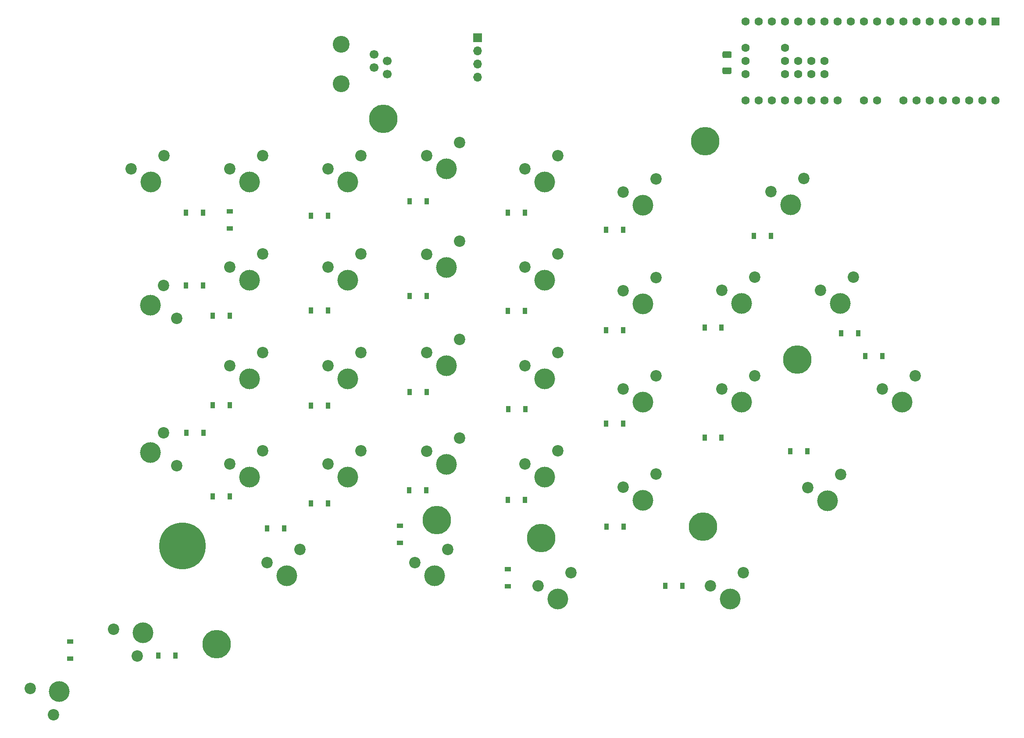
<source format=gbs>
G04 #@! TF.GenerationSoftware,KiCad,Pcbnew,5.1.9-73d0e3b20d~88~ubuntu20.04.1*
G04 #@! TF.CreationDate,2021-01-19T00:06:27+03:00*
G04 #@! TF.ProjectId,jeaex-right,6a656165-782d-4726-9967-68742e6b6963,rev?*
G04 #@! TF.SameCoordinates,Original*
G04 #@! TF.FileFunction,Soldermask,Bot*
G04 #@! TF.FilePolarity,Negative*
%FSLAX46Y46*%
G04 Gerber Fmt 4.6, Leading zero omitted, Abs format (unit mm)*
G04 Created by KiCad (PCBNEW 5.1.9-73d0e3b20d~88~ubuntu20.04.1) date 2021-01-19 00:06:27*
%MOMM*%
%LPD*%
G01*
G04 APERTURE LIST*
%ADD10C,5.500000*%
%ADD11C,9.000000*%
%ADD12C,1.600000*%
%ADD13R,1.600000X1.600000*%
%ADD14O,1.700000X1.700000*%
%ADD15R,1.700000X1.700000*%
%ADD16R,0.900000X1.200000*%
%ADD17R,1.200000X0.900000*%
%ADD18C,3.250000*%
%ADD19C,1.700000*%
%ADD20C,2.200000*%
%ADD21C,4.000000*%
G04 APERTURE END LIST*
D10*
G04 #@! TO.C,REF\u002A\u002A*
X141730000Y-197340000D03*
G04 #@! TD*
D11*
G04 #@! TO.C,REF\u002A\u002A*
X135140000Y-178390000D03*
G04 #@! TD*
G04 #@! TO.C,R1*
G36*
G01*
X239645000Y-85950000D02*
X240895000Y-85950000D01*
G75*
G02*
X241145000Y-86200000I0J-250000D01*
G01*
X241145000Y-87000000D01*
G75*
G02*
X240895000Y-87250000I-250000J0D01*
G01*
X239645000Y-87250000D01*
G75*
G02*
X239395000Y-87000000I0J250000D01*
G01*
X239395000Y-86200000D01*
G75*
G02*
X239645000Y-85950000I250000J0D01*
G01*
G37*
G36*
G01*
X239645000Y-82850000D02*
X240895000Y-82850000D01*
G75*
G02*
X241145000Y-83100000I0J-250000D01*
G01*
X241145000Y-83900000D01*
G75*
G02*
X240895000Y-84150000I-250000J0D01*
G01*
X239645000Y-84150000D01*
G75*
G02*
X239395000Y-83900000I0J250000D01*
G01*
X239395000Y-83100000D01*
G75*
G02*
X239645000Y-82850000I250000J0D01*
G01*
G37*
G04 #@! TD*
D12*
G04 #@! TO.C,U1*
X271820000Y-77100000D03*
X269280000Y-77100000D03*
X266740000Y-77100000D03*
X274360000Y-77100000D03*
X276900000Y-77100000D03*
X279440000Y-77100000D03*
X281980000Y-77100000D03*
X284520000Y-77100000D03*
X287060000Y-77100000D03*
X289600000Y-77100000D03*
D13*
X292140000Y-77100000D03*
D12*
X264200000Y-77100000D03*
X261660000Y-77100000D03*
X259120000Y-77100000D03*
X256580000Y-77100000D03*
X254040000Y-77100000D03*
X251500000Y-77100000D03*
X248960000Y-77100000D03*
X246420000Y-77100000D03*
X243880000Y-77100000D03*
X243880000Y-82180000D03*
X243880000Y-84720000D03*
X243880000Y-87260000D03*
X243880000Y-92340000D03*
X246420000Y-92340000D03*
X248960000Y-92340000D03*
X251500000Y-92340000D03*
X254040000Y-92340000D03*
X256580000Y-92340000D03*
X259120000Y-92340000D03*
X261660000Y-92340000D03*
X266740000Y-92340000D03*
X269280000Y-92340000D03*
X274360000Y-92340000D03*
X276900000Y-92340000D03*
X279440000Y-92340000D03*
X281980000Y-92340000D03*
X284520000Y-92340000D03*
X287060000Y-92340000D03*
X289600000Y-92340000D03*
X292140000Y-92340000D03*
X259120000Y-87260000D03*
X256580000Y-87260000D03*
X254040000Y-87260000D03*
X251500000Y-87260000D03*
X259120000Y-84720000D03*
X256580000Y-84720000D03*
X254040000Y-84720000D03*
X251500000Y-84720000D03*
X251500000Y-82180000D03*
G04 #@! TD*
D14*
G04 #@! TO.C,J2*
X192150000Y-87880000D03*
X192150000Y-85340000D03*
X192150000Y-82800000D03*
D15*
X192150000Y-80260000D03*
G04 #@! TD*
D10*
G04 #@! TO.C,REF\u002A\u002A*
X173910000Y-95930000D03*
G04 #@! TD*
G04 #@! TO.C,REF\u002A\u002A*
X236030000Y-100220000D03*
G04 #@! TD*
G04 #@! TO.C,REF\u002A\u002A*
X253840000Y-142360000D03*
G04 #@! TD*
G04 #@! TO.C,REF\u002A\u002A*
X235660000Y-174610000D03*
G04 #@! TD*
G04 #@! TO.C,REF\u002A\u002A*
X204410000Y-176820000D03*
G04 #@! TD*
G04 #@! TO.C,REF\u002A\u002A*
X184250000Y-173380000D03*
G04 #@! TD*
D16*
G04 #@! TO.C,D1*
X139130000Y-114050000D03*
X135830000Y-114050000D03*
G04 #@! TD*
G04 #@! TO.C,D2*
X135830000Y-128030000D03*
X139130000Y-128030000D03*
G04 #@! TD*
G04 #@! TO.C,D3*
X139230000Y-156490000D03*
X135930000Y-156490000D03*
G04 #@! TD*
D17*
G04 #@! TO.C,D4*
X113490000Y-200120000D03*
X113490000Y-196820000D03*
G04 #@! TD*
G04 #@! TO.C,D5*
X144240000Y-113730000D03*
X144240000Y-117030000D03*
G04 #@! TD*
D16*
G04 #@! TO.C,D6*
X141000000Y-133950000D03*
X144300000Y-133950000D03*
G04 #@! TD*
G04 #@! TO.C,D7*
X140950000Y-151200000D03*
X144250000Y-151200000D03*
G04 #@! TD*
G04 #@! TO.C,D8*
X140950000Y-168780000D03*
X144250000Y-168780000D03*
G04 #@! TD*
G04 #@! TO.C,D9*
X133790000Y-199510000D03*
X130490000Y-199510000D03*
G04 #@! TD*
G04 #@! TO.C,D10*
X159900000Y-114590000D03*
X163200000Y-114590000D03*
G04 #@! TD*
G04 #@! TO.C,D11*
X163250000Y-132870000D03*
X159950000Y-132870000D03*
G04 #@! TD*
G04 #@! TO.C,D12*
X163250000Y-151250000D03*
X159950000Y-151250000D03*
G04 #@! TD*
G04 #@! TO.C,D13*
X159950000Y-170180000D03*
X163250000Y-170180000D03*
G04 #@! TD*
G04 #@! TO.C,D14*
X151490000Y-174990000D03*
X154790000Y-174990000D03*
G04 #@! TD*
G04 #@! TO.C,D15*
X178950000Y-111840000D03*
X182250000Y-111840000D03*
G04 #@! TD*
G04 #@! TO.C,D16*
X182250000Y-130100000D03*
X178950000Y-130100000D03*
G04 #@! TD*
G04 #@! TO.C,D17*
X178950000Y-148610000D03*
X182250000Y-148610000D03*
G04 #@! TD*
G04 #@! TO.C,D18*
X182240000Y-167590000D03*
X178940000Y-167590000D03*
G04 #@! TD*
D17*
G04 #@! TO.C,D19*
X177160000Y-177750000D03*
X177160000Y-174450000D03*
G04 #@! TD*
D16*
G04 #@! TO.C,D20*
X201250000Y-114050000D03*
X197950000Y-114050000D03*
G04 #@! TD*
G04 #@! TO.C,D21*
X197920000Y-132950000D03*
X201220000Y-132950000D03*
G04 #@! TD*
G04 #@! TO.C,D22*
X201320000Y-151960000D03*
X198020000Y-151960000D03*
G04 #@! TD*
G04 #@! TO.C,D23*
X197970000Y-169450000D03*
X201270000Y-169450000D03*
G04 #@! TD*
D17*
G04 #@! TO.C,D24*
X197960000Y-182850000D03*
X197960000Y-186150000D03*
G04 #@! TD*
D16*
G04 #@! TO.C,D25*
X216930000Y-117300000D03*
X220230000Y-117300000D03*
G04 #@! TD*
G04 #@! TO.C,D26*
X220220000Y-136690000D03*
X216920000Y-136690000D03*
G04 #@! TD*
G04 #@! TO.C,D27*
X216930000Y-154700000D03*
X220230000Y-154700000D03*
G04 #@! TD*
G04 #@! TO.C,D28*
X220270000Y-174650000D03*
X216970000Y-174650000D03*
G04 #@! TD*
G04 #@! TO.C,D29*
X231620000Y-186100000D03*
X228320000Y-186100000D03*
G04 #@! TD*
G04 #@! TO.C,D30*
X245430000Y-118460000D03*
X248730000Y-118460000D03*
G04 #@! TD*
G04 #@! TO.C,D31*
X239230000Y-136230000D03*
X235930000Y-136230000D03*
G04 #@! TD*
G04 #@! TO.C,D32*
X235930000Y-157410000D03*
X239230000Y-157410000D03*
G04 #@! TD*
G04 #@! TO.C,D33*
X255810000Y-160070000D03*
X252510000Y-160070000D03*
G04 #@! TD*
G04 #@! TO.C,D34*
X262330000Y-137300000D03*
X265630000Y-137300000D03*
G04 #@! TD*
G04 #@! TO.C,D35*
X266990000Y-141710000D03*
X270290000Y-141710000D03*
G04 #@! TD*
D18*
G04 #@! TO.C,J1*
X165800000Y-81510000D03*
X165800000Y-89150000D03*
D19*
X172150000Y-83425000D03*
X172150000Y-85965000D03*
X174690000Y-84695000D03*
X174690000Y-87235000D03*
G04 #@! TD*
D20*
G04 #@! TO.C,SW1*
X131560000Y-103020000D03*
X125210000Y-105560000D03*
D21*
X129020000Y-108100000D03*
G04 #@! TD*
D20*
G04 #@! TO.C,SW2*
X134050000Y-134390000D03*
X131510000Y-128040000D03*
D21*
X128970000Y-131850000D03*
G04 #@! TD*
G04 #@! TO.C,SW3*
X128970000Y-160340000D03*
D20*
X131510000Y-156530000D03*
X134050000Y-162880000D03*
G04 #@! TD*
G04 #@! TO.C,SW4*
X105720000Y-205850000D03*
X110278647Y-210948317D03*
D21*
X111362370Y-206499357D03*
G04 #@! TD*
G04 #@! TO.C,SW5*
X148050000Y-108080000D03*
D20*
X144240000Y-105540000D03*
X150590000Y-103000000D03*
G04 #@! TD*
D21*
G04 #@! TO.C,SW6*
X148050000Y-127090000D03*
D20*
X144240000Y-124550000D03*
X150590000Y-122010000D03*
G04 #@! TD*
D21*
G04 #@! TO.C,SW7*
X148050000Y-146080000D03*
D20*
X144240000Y-143540000D03*
X150590000Y-141000000D03*
G04 #@! TD*
G04 #@! TO.C,SW8*
X150590000Y-160010000D03*
X144240000Y-162550000D03*
D21*
X148050000Y-165090000D03*
G04 #@! TD*
G04 #@! TO.C,SW9*
X127510000Y-195130000D03*
D20*
X126426277Y-199578960D03*
X121867630Y-194480643D03*
G04 #@! TD*
G04 #@! TO.C,SW10*
X169580000Y-103010000D03*
X163230000Y-105550000D03*
D21*
X167040000Y-108090000D03*
G04 #@! TD*
G04 #@! TO.C,SW11*
X167050000Y-127090000D03*
D20*
X163240000Y-124550000D03*
X169590000Y-122010000D03*
G04 #@! TD*
G04 #@! TO.C,SW12*
X169590000Y-141000000D03*
X163240000Y-143540000D03*
D21*
X167050000Y-146080000D03*
G04 #@! TD*
G04 #@! TO.C,SW13*
X167050000Y-165090000D03*
D20*
X163240000Y-162550000D03*
X169590000Y-160010000D03*
G04 #@! TD*
G04 #@! TO.C,SW14*
X157830000Y-179060000D03*
X151480000Y-181600000D03*
D21*
X155290000Y-184140000D03*
G04 #@! TD*
G04 #@! TO.C,SW15*
X186070000Y-105580000D03*
D20*
X182260000Y-103040000D03*
X188610000Y-100500000D03*
G04 #@! TD*
D21*
G04 #@! TO.C,SW16*
X186070000Y-124590000D03*
D20*
X182260000Y-122050000D03*
X188610000Y-119510000D03*
G04 #@! TD*
G04 #@! TO.C,SW17*
X188610000Y-138500000D03*
X182260000Y-141040000D03*
D21*
X186070000Y-143580000D03*
G04 #@! TD*
D20*
G04 #@! TO.C,SW18*
X188610000Y-157510000D03*
X182260000Y-160050000D03*
D21*
X186070000Y-162590000D03*
G04 #@! TD*
G04 #@! TO.C,SW19*
X183830000Y-184140000D03*
D20*
X180020000Y-181600000D03*
X186370000Y-179060000D03*
G04 #@! TD*
G04 #@! TO.C,SW20*
X207610000Y-103000000D03*
X201260000Y-105540000D03*
D21*
X205070000Y-108080000D03*
G04 #@! TD*
G04 #@! TO.C,SW21*
X205070000Y-127080000D03*
D20*
X201260000Y-124540000D03*
X207610000Y-122000000D03*
G04 #@! TD*
D21*
G04 #@! TO.C,SW22*
X205070000Y-146090000D03*
D20*
X201260000Y-143550000D03*
X207610000Y-141010000D03*
G04 #@! TD*
G04 #@! TO.C,SW23*
X207610000Y-160010000D03*
X201260000Y-162550000D03*
D21*
X205070000Y-165090000D03*
G04 #@! TD*
D20*
G04 #@! TO.C,SW24*
X210110000Y-183550000D03*
X203760000Y-186090000D03*
D21*
X207570000Y-188630000D03*
G04 #@! TD*
D20*
G04 #@! TO.C,SW25*
X226610000Y-107510000D03*
X220260000Y-110050000D03*
D21*
X224070000Y-112590000D03*
G04 #@! TD*
G04 #@! TO.C,SW26*
X224070000Y-131590000D03*
D20*
X220260000Y-129050000D03*
X226610000Y-126510000D03*
G04 #@! TD*
G04 #@! TO.C,SW27*
X226610000Y-145500000D03*
X220260000Y-148040000D03*
D21*
X224070000Y-150580000D03*
G04 #@! TD*
D20*
G04 #@! TO.C,SW28*
X226610000Y-164500000D03*
X220260000Y-167040000D03*
D21*
X224070000Y-169580000D03*
G04 #@! TD*
G04 #@! TO.C,SW29*
X240920000Y-188620000D03*
D20*
X237110000Y-186080000D03*
X243460000Y-183540000D03*
G04 #@! TD*
G04 #@! TO.C,SW30*
X255070000Y-107430000D03*
X248720000Y-109970000D03*
D21*
X252530000Y-112510000D03*
G04 #@! TD*
G04 #@! TO.C,SW31*
X243070000Y-131560000D03*
D20*
X239260000Y-129020000D03*
X245610000Y-126480000D03*
G04 #@! TD*
G04 #@! TO.C,SW32*
X245600000Y-145480000D03*
X239250000Y-148020000D03*
D21*
X243060000Y-150560000D03*
G04 #@! TD*
D20*
G04 #@! TO.C,SW33*
X262210000Y-164530000D03*
X255860000Y-167070000D03*
D21*
X259670000Y-169610000D03*
G04 #@! TD*
G04 #@! TO.C,SW34*
X262120000Y-131560000D03*
D20*
X258310000Y-129020000D03*
X264660000Y-126480000D03*
G04 #@! TD*
G04 #@! TO.C,SW35*
X276610000Y-145520000D03*
X270260000Y-148060000D03*
D21*
X274070000Y-150600000D03*
G04 #@! TD*
M02*

</source>
